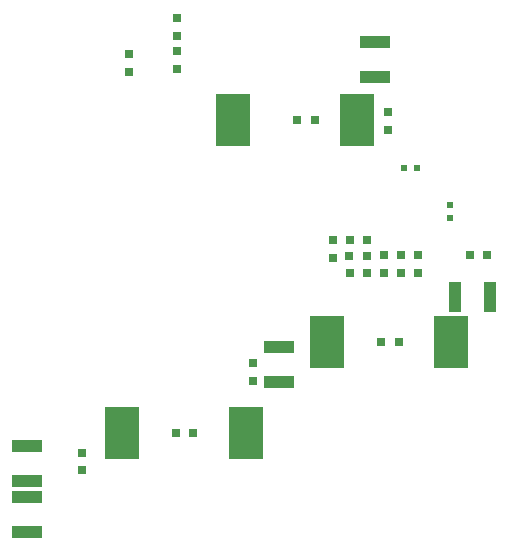
<source format=gbr>
G04 #@! TF.GenerationSoftware,KiCad,Pcbnew,5.0.2-bee76a0~70~ubuntu18.04.1*
G04 #@! TF.CreationDate,2020-07-03T21:26:00+02:00*
G04 #@! TF.ProjectId,lmx2594,6c6d7832-3539-4342-9e6b-696361645f70,rev?*
G04 #@! TF.SameCoordinates,PX463f660PY71d9820*
G04 #@! TF.FileFunction,Paste,Bot*
G04 #@! TF.FilePolarity,Positive*
%FSLAX46Y46*%
G04 Gerber Fmt 4.6, Leading zero omitted, Abs format (unit mm)*
G04 Created by KiCad (PCBNEW 5.0.2-bee76a0~70~ubuntu18.04.1) date fre  3 jul 2020 21:26:00*
%MOMM*%
%LPD*%
G01*
G04 APERTURE LIST*
%ADD10R,2.900680X4.500880*%
%ADD11R,0.750000X0.800000*%
%ADD12R,0.800000X0.750000*%
%ADD13R,0.600000X0.500000*%
%ADD14R,0.500000X0.600000*%
%ADD15R,2.500000X1.000000*%
%ADD16R,1.000000X2.500000*%
G04 APERTURE END LIST*
D10*
G04 #@! TO.C,L1*
X26797000Y17780000D03*
X37297360Y17780000D03*
G04 #@! TD*
G04 #@! TO.C,L3*
X9481820Y10033000D03*
X19982180Y10033000D03*
G04 #@! TD*
G04 #@! TO.C,L5*
X18836640Y36576000D03*
X29337000Y36576000D03*
G04 #@! TD*
D11*
G04 #@! TO.C,C2*
X10033000Y42140000D03*
X10033000Y40640000D03*
G04 #@! TD*
G04 #@! TO.C,C3*
X6096000Y6882000D03*
X6096000Y8382000D03*
G04 #@! TD*
G04 #@! TO.C,C6*
X20574000Y15978000D03*
X20574000Y14478000D03*
G04 #@! TD*
D12*
G04 #@! TO.C,C8*
X40374000Y25146000D03*
X38874000Y25146000D03*
G04 #@! TD*
D11*
G04 #@! TO.C,C14*
X32004000Y35699000D03*
X32004000Y37199000D03*
G04 #@! TD*
D12*
G04 #@! TO.C,C28*
X30214000Y26416000D03*
X28714000Y26416000D03*
G04 #@! TD*
G04 #@! TO.C,C29*
X30202000Y25019000D03*
X28702000Y25019000D03*
G04 #@! TD*
G04 #@! TO.C,C30*
X33032000Y23622000D03*
X34532000Y23622000D03*
G04 #@! TD*
G04 #@! TO.C,C31*
X33032000Y25146000D03*
X34532000Y25146000D03*
G04 #@! TD*
G04 #@! TO.C,R1*
X13994000Y10033000D03*
X15494000Y10033000D03*
G04 #@! TD*
G04 #@! TO.C,R2*
X31369000Y17780000D03*
X32869000Y17780000D03*
G04 #@! TD*
G04 #@! TO.C,R7*
X24269000Y36576000D03*
X25769000Y36576000D03*
G04 #@! TD*
D11*
G04 #@! TO.C,R14*
X27305000Y26404000D03*
X27305000Y24904000D03*
G04 #@! TD*
D12*
G04 #@! TO.C,R15*
X28714000Y23622000D03*
X30214000Y23622000D03*
G04 #@! TD*
D11*
G04 #@! TO.C,R17*
X31623000Y23634000D03*
X31623000Y25134000D03*
G04 #@! TD*
D13*
G04 #@! TO.C,L7*
X33359000Y32512000D03*
X34459000Y32512000D03*
G04 #@! TD*
D14*
G04 #@! TO.C,L8*
X37211000Y28279000D03*
X37211000Y29379000D03*
G04 #@! TD*
D11*
G04 #@! TO.C,C11*
X14097000Y42406000D03*
X14097000Y40906000D03*
G04 #@! TD*
G04 #@! TO.C,C12*
X14097000Y43688000D03*
X14097000Y45188000D03*
G04 #@! TD*
D15*
G04 #@! TO.C,C1*
X1397000Y1675000D03*
X1397000Y4675000D03*
G04 #@! TD*
G04 #@! TO.C,C4*
X1397000Y8993000D03*
X1397000Y5993000D03*
G04 #@! TD*
G04 #@! TO.C,C5*
X22733000Y14351000D03*
X22733000Y17351000D03*
G04 #@! TD*
G04 #@! TO.C,C13*
X30861000Y40156000D03*
X30861000Y43156000D03*
G04 #@! TD*
D16*
G04 #@! TO.C,C7*
X37616000Y21590000D03*
X40616000Y21590000D03*
G04 #@! TD*
M02*

</source>
